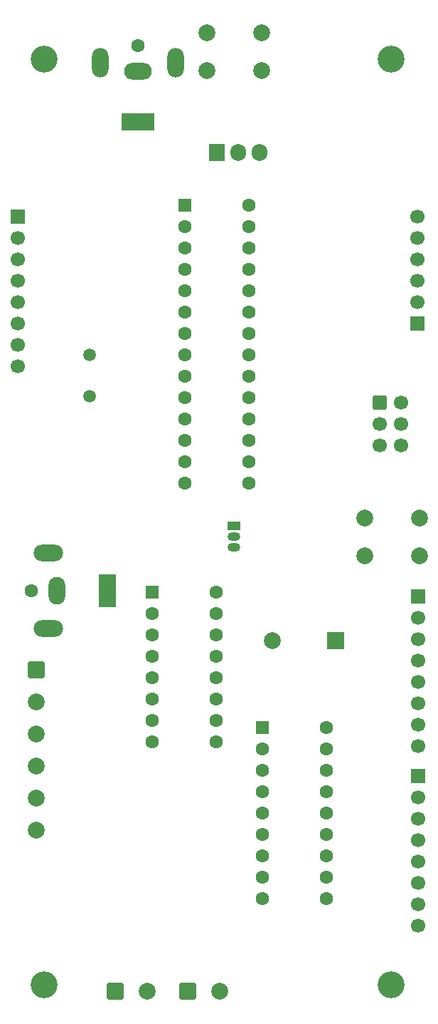
<source format=gbr>
%TF.GenerationSoftware,KiCad,Pcbnew,9.0.7*%
%TF.CreationDate,2026-02-28T16:38:49+05:30*%
%TF.ProjectId,E205 AVR Board design IPD task 1,45323035-2041-4565-9220-426f61726420,rev?*%
%TF.SameCoordinates,Original*%
%TF.FileFunction,Soldermask,Bot*%
%TF.FilePolarity,Negative*%
%FSLAX46Y46*%
G04 Gerber Fmt 4.6, Leading zero omitted, Abs format (unit mm)*
G04 Created by KiCad (PCBNEW 9.0.7) date 2026-02-28 16:38:49*
%MOMM*%
%LPD*%
G01*
G04 APERTURE LIST*
G04 Aperture macros list*
%AMRoundRect*
0 Rectangle with rounded corners*
0 $1 Rounding radius*
0 $2 $3 $4 $5 $6 $7 $8 $9 X,Y pos of 4 corners*
0 Add a 4 corners polygon primitive as box body*
4,1,4,$2,$3,$4,$5,$6,$7,$8,$9,$2,$3,0*
0 Add four circle primitives for the rounded corners*
1,1,$1+$1,$2,$3*
1,1,$1+$1,$4,$5*
1,1,$1+$1,$6,$7*
1,1,$1+$1,$8,$9*
0 Add four rect primitives between the rounded corners*
20,1,$1+$1,$2,$3,$4,$5,0*
20,1,$1+$1,$4,$5,$6,$7,0*
20,1,$1+$1,$6,$7,$8,$9,0*
20,1,$1+$1,$8,$9,$2,$3,0*%
G04 Aperture macros list end*
%ADD10R,1.700000X1.700000*%
%ADD11C,1.700000*%
%ADD12RoundRect,0.250000X-0.550000X-0.550000X0.550000X-0.550000X0.550000X0.550000X-0.550000X0.550000X0*%
%ADD13C,1.600000*%
%ADD14C,3.200000*%
%ADD15RoundRect,0.250000X-0.750000X-0.750000X0.750000X-0.750000X0.750000X0.750000X-0.750000X0.750000X0*%
%ADD16C,2.000000*%
%ADD17R,4.000000X2.000000*%
%ADD18O,3.300000X2.000000*%
%ADD19O,2.000000X3.500000*%
%ADD20RoundRect,0.250000X-0.600000X-0.600000X0.600000X-0.600000X0.600000X0.600000X-0.600000X0.600000X0*%
%ADD21R,2.000000X2.000000*%
%ADD22R,1.905000X2.000000*%
%ADD23O,1.905000X2.000000*%
%ADD24R,2.000000X4.000000*%
%ADD25O,2.000000X3.300000*%
%ADD26O,3.500000X2.000000*%
%ADD27C,1.500000*%
%ADD28RoundRect,0.250000X-0.750000X0.750000X-0.750000X-0.750000X0.750000X-0.750000X0.750000X0.750000X0*%
%ADD29R,1.500000X1.050000*%
%ADD30O,1.500000X1.050000*%
G04 APERTURE END LIST*
D10*
%TO.C,J9*%
X122600000Y-125270000D03*
D11*
X122600000Y-127810000D03*
X122600000Y-130350000D03*
X122600000Y-132890000D03*
X122600000Y-135430000D03*
X122600000Y-137970000D03*
X122600000Y-140510000D03*
X122600000Y-143050000D03*
%TD*%
D12*
%TO.C,U1*%
X94885000Y-57480000D03*
D13*
X94885000Y-60020000D03*
X94885000Y-62560000D03*
X94885000Y-65100000D03*
X94885000Y-67640000D03*
X94885000Y-70180000D03*
X94885000Y-72720000D03*
X94885000Y-75260000D03*
X94885000Y-77800000D03*
X94885000Y-80340000D03*
X94885000Y-82880000D03*
X94885000Y-85420000D03*
X94885000Y-87960000D03*
X94885000Y-90500000D03*
X102505000Y-90500000D03*
X102505000Y-87960000D03*
X102505000Y-85420000D03*
X102505000Y-82880000D03*
X102505000Y-80340000D03*
X102505000Y-77800000D03*
X102505000Y-75260000D03*
X102505000Y-72720000D03*
X102505000Y-70180000D03*
X102505000Y-67640000D03*
X102505000Y-65100000D03*
X102505000Y-62560000D03*
X102505000Y-60020000D03*
X102505000Y-57480000D03*
%TD*%
D14*
%TO.C,H4*%
X78100000Y-150050000D03*
%TD*%
D15*
%TO.C,J7*%
X86580000Y-150850000D03*
D16*
X90390000Y-150850000D03*
%TD*%
D14*
%TO.C,H3*%
X119400000Y-150050000D03*
%TD*%
D16*
%TO.C,SW1*%
X122800000Y-99100000D03*
X116300000Y-99100000D03*
X122800000Y-94600000D03*
X116300000Y-94600000D03*
%TD*%
D13*
%TO.C,J4*%
X89280000Y-38520000D03*
D17*
X89280000Y-47520000D03*
D18*
X89280000Y-41520000D03*
D19*
X93780000Y-40520000D03*
X84780000Y-40520000D03*
%TD*%
D12*
%TO.C,U5*%
X104100000Y-119550000D03*
D13*
X104100000Y-122090000D03*
X104100000Y-124630000D03*
X104100000Y-127170000D03*
X104100000Y-129710000D03*
X104100000Y-132250000D03*
X104100000Y-134790000D03*
X104100000Y-137330000D03*
X104100000Y-139870000D03*
X111720000Y-139870000D03*
X111720000Y-137330000D03*
X111720000Y-134790000D03*
X111720000Y-132250000D03*
X111720000Y-129710000D03*
X111720000Y-127170000D03*
X111720000Y-124630000D03*
X111720000Y-122090000D03*
X111720000Y-119550000D03*
%TD*%
D20*
%TO.C,J1*%
X118110000Y-80940000D03*
D11*
X120650000Y-80940000D03*
X118110000Y-83480000D03*
X120650000Y-83480000D03*
X118110000Y-86020000D03*
X120650000Y-86020000D03*
%TD*%
D21*
%TO.C,BZ1*%
X112850000Y-109200000D03*
D16*
X105250000Y-109200000D03*
%TD*%
D10*
%TO.C,J3*%
X74950000Y-58850000D03*
D11*
X74950000Y-61390000D03*
X74950000Y-63930000D03*
X74950000Y-66470000D03*
X74950000Y-69010000D03*
X74950000Y-71550000D03*
X74950000Y-74090000D03*
X74950000Y-76630000D03*
%TD*%
D10*
%TO.C,J10*%
X122600000Y-103940000D03*
D11*
X122600000Y-106480000D03*
X122600000Y-109020000D03*
X122600000Y-111560000D03*
X122600000Y-114100000D03*
X122600000Y-116640000D03*
X122600000Y-119180000D03*
X122600000Y-121720000D03*
%TD*%
D22*
%TO.C,U2*%
X98710000Y-51200000D03*
D23*
X101250000Y-51200000D03*
X103790000Y-51200000D03*
%TD*%
D15*
%TO.C,J8*%
X95190000Y-150850000D03*
D16*
X99000000Y-150850000D03*
%TD*%
D13*
%TO.C,J5*%
X76600000Y-103250000D03*
D24*
X85600000Y-103250000D03*
D25*
X79600000Y-103250000D03*
D26*
X78600000Y-98750000D03*
X78600000Y-107750000D03*
%TD*%
D16*
%TO.C,SW2*%
X97500000Y-37000000D03*
X104000000Y-37000000D03*
X97500000Y-41500000D03*
X104000000Y-41500000D03*
%TD*%
D10*
%TO.C,J2*%
X122550000Y-71550000D03*
D11*
X122550000Y-69010000D03*
X122550000Y-66470000D03*
X122550000Y-63930000D03*
X122550000Y-61390000D03*
X122550000Y-58850000D03*
%TD*%
D14*
%TO.C,H1*%
X78100000Y-40100000D03*
%TD*%
D27*
%TO.C,Y1*%
X83550000Y-80120000D03*
X83550000Y-75240000D03*
%TD*%
D12*
%TO.C,U4*%
X90980000Y-103460000D03*
D13*
X90980000Y-106000000D03*
X90980000Y-108540000D03*
X90980000Y-111080000D03*
X90980000Y-113620000D03*
X90980000Y-116160000D03*
X90980000Y-118700000D03*
X90980000Y-121240000D03*
X98600000Y-121240000D03*
X98600000Y-118700000D03*
X98600000Y-116160000D03*
X98600000Y-113620000D03*
X98600000Y-111080000D03*
X98600000Y-108540000D03*
X98600000Y-106000000D03*
X98600000Y-103460000D03*
%TD*%
D14*
%TO.C,H2*%
X119400000Y-40100000D03*
%TD*%
D28*
%TO.C,J6*%
X77200000Y-112640000D03*
D16*
X77200000Y-116450000D03*
X77200000Y-120260000D03*
X77200000Y-124070000D03*
X77200000Y-127880000D03*
X77200000Y-131690000D03*
%TD*%
D29*
%TO.C,Q2*%
X100700000Y-95560000D03*
D30*
X100700000Y-96830000D03*
X100700000Y-98100000D03*
%TD*%
M02*

</source>
